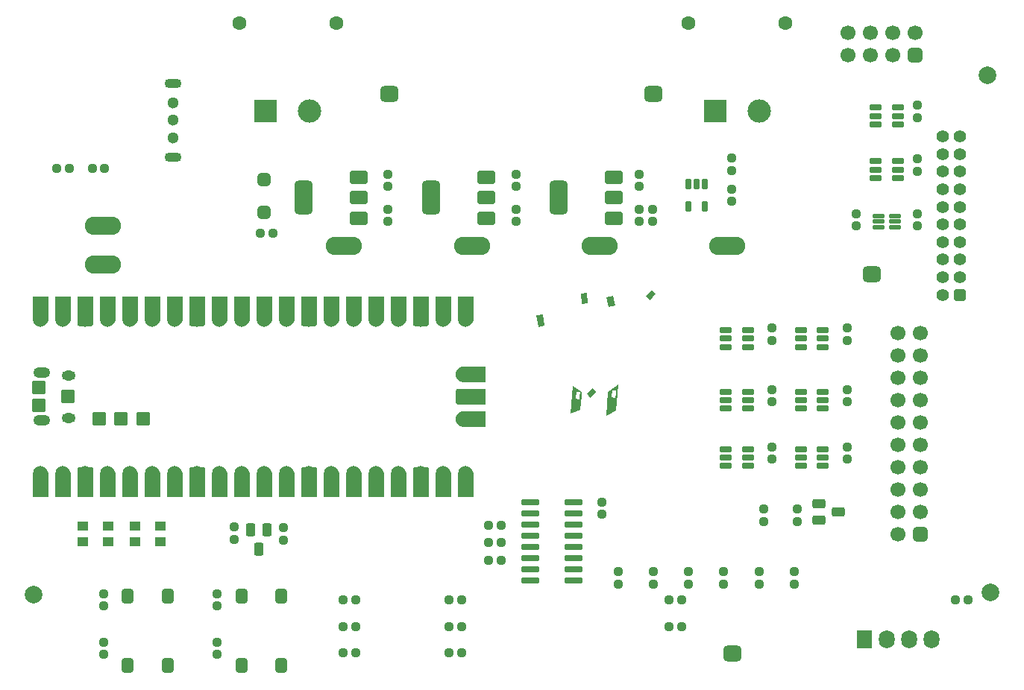
<source format=gts>
G04*
G04 #@! TF.GenerationSoftware,Altium Limited,Altium Designer,23.3.1 (30)*
G04*
G04 Layer_Color=8388736*
%FSLAX44Y44*%
%MOMM*%
G71*
G04*
G04 #@! TF.SameCoordinates,CE036B66-C370-4B77-A0BB-D4AF881507E5*
G04*
G04*
G04 #@! TF.FilePolarity,Negative*
G04*
G01*
G75*
G04:AMPARAMS|DCode=32|XSize=0.95mm|YSize=0.95mm|CornerRadius=0.2625mm|HoleSize=0mm|Usage=FLASHONLY|Rotation=90.000|XOffset=0mm|YOffset=0mm|HoleType=Round|Shape=RoundedRectangle|*
%AMROUNDEDRECTD32*
21,1,0.9500,0.4250,0,0,90.0*
21,1,0.4250,0.9500,0,0,90.0*
1,1,0.5250,0.2125,0.2125*
1,1,0.5250,0.2125,-0.2125*
1,1,0.5250,-0.2125,-0.2125*
1,1,0.5250,-0.2125,0.2125*
%
%ADD32ROUNDEDRECTD32*%
G04:AMPARAMS|DCode=33|XSize=1.5mm|YSize=1.5mm|CornerRadius=0.4mm|HoleSize=0mm|Usage=FLASHONLY|Rotation=0.000|XOffset=0mm|YOffset=0mm|HoleType=Round|Shape=RoundedRectangle|*
%AMROUNDEDRECTD33*
21,1,1.5000,0.7000,0,0,0.0*
21,1,0.7000,1.5000,0,0,0.0*
1,1,0.8000,0.3500,-0.3500*
1,1,0.8000,-0.3500,-0.3500*
1,1,0.8000,-0.3500,0.3500*
1,1,0.8000,0.3500,0.3500*
%
%ADD33ROUNDEDRECTD33*%
%ADD34R,1.3000X1.0000*%
%ADD35C,2.0000*%
G04:AMPARAMS|DCode=36|XSize=1.29mm|YSize=0.5mm|CornerRadius=0.1mm|HoleSize=0mm|Usage=FLASHONLY|Rotation=0.000|XOffset=0mm|YOffset=0mm|HoleType=Round|Shape=RoundedRectangle|*
%AMROUNDEDRECTD36*
21,1,1.2900,0.3000,0,0,0.0*
21,1,1.0900,0.5000,0,0,0.0*
1,1,0.2000,0.5450,-0.1500*
1,1,0.2000,-0.5450,-0.1500*
1,1,0.2000,-0.5450,0.1500*
1,1,0.2000,0.5450,0.1500*
%
%ADD36ROUNDEDRECTD36*%
G04:AMPARAMS|DCode=37|XSize=1.31mm|YSize=0.69mm|CornerRadius=0.1238mm|HoleSize=0mm|Usage=FLASHONLY|Rotation=0.000|XOffset=0mm|YOffset=0mm|HoleType=Round|Shape=RoundedRectangle|*
%AMROUNDEDRECTD37*
21,1,1.3100,0.4425,0,0,0.0*
21,1,1.0625,0.6900,0,0,0.0*
1,1,0.2475,0.5313,-0.2213*
1,1,0.2475,-0.5313,-0.2213*
1,1,0.2475,-0.5313,0.2213*
1,1,0.2475,0.5313,0.2213*
%
%ADD37ROUNDEDRECTD37*%
G04:AMPARAMS|DCode=38|XSize=0.95mm|YSize=0.95mm|CornerRadius=0.2625mm|HoleSize=0mm|Usage=FLASHONLY|Rotation=0.000|XOffset=0mm|YOffset=0mm|HoleType=Round|Shape=RoundedRectangle|*
%AMROUNDEDRECTD38*
21,1,0.9500,0.4250,0,0,0.0*
21,1,0.4250,0.9500,0,0,0.0*
1,1,0.5250,0.2125,-0.2125*
1,1,0.5250,-0.2125,-0.2125*
1,1,0.5250,-0.2125,0.2125*
1,1,0.5250,0.2125,0.2125*
%
%ADD38ROUNDEDRECTD38*%
G04:AMPARAMS|DCode=39|XSize=1.1mm|YSize=1.5mm|CornerRadius=0.3mm|HoleSize=0mm|Usage=FLASHONLY|Rotation=270.000|XOffset=0mm|YOffset=0mm|HoleType=Round|Shape=RoundedRectangle|*
%AMROUNDEDRECTD39*
21,1,1.1000,0.9000,0,0,270.0*
21,1,0.5000,1.5000,0,0,270.0*
1,1,0.6000,-0.4500,-0.2500*
1,1,0.6000,-0.4500,0.2500*
1,1,0.6000,0.4500,0.2500*
1,1,0.6000,0.4500,-0.2500*
%
%ADD39ROUNDEDRECTD39*%
%ADD40O,4.1000X2.1000*%
G04:AMPARAMS|DCode=41|XSize=1.1mm|YSize=1.5mm|CornerRadius=0.3mm|HoleSize=0mm|Usage=FLASHONLY|Rotation=180.000|XOffset=0mm|YOffset=0mm|HoleType=Round|Shape=RoundedRectangle|*
%AMROUNDEDRECTD41*
21,1,1.1000,0.9000,0,0,180.0*
21,1,0.5000,1.5000,0,0,180.0*
1,1,0.6000,-0.2500,0.4500*
1,1,0.6000,0.2500,0.4500*
1,1,0.6000,0.2500,-0.4500*
1,1,0.6000,-0.2500,-0.4500*
%
%ADD41ROUNDEDRECTD41*%
G04:AMPARAMS|DCode=42|XSize=1.24mm|YSize=0.69mm|CornerRadius=0.1975mm|HoleSize=0mm|Usage=FLASHONLY|Rotation=270.000|XOffset=0mm|YOffset=0mm|HoleType=Round|Shape=RoundedRectangle|*
%AMROUNDEDRECTD42*
21,1,1.2400,0.2950,0,0,270.0*
21,1,0.8450,0.6900,0,0,270.0*
1,1,0.3950,-0.1475,-0.4225*
1,1,0.3950,-0.1475,0.4225*
1,1,0.3950,0.1475,0.4225*
1,1,0.3950,0.1475,-0.4225*
%
%ADD42ROUNDEDRECTD42*%
G04:AMPARAMS|DCode=43|XSize=3.9mm|YSize=2.1mm|CornerRadius=0.55mm|HoleSize=0mm|Usage=FLASHONLY|Rotation=270.000|XOffset=0mm|YOffset=0mm|HoleType=Round|Shape=RoundedRectangle|*
%AMROUNDEDRECTD43*
21,1,3.9000,1.0000,0,0,270.0*
21,1,2.8000,2.1000,0,0,270.0*
1,1,1.1000,-0.5000,-1.4000*
1,1,1.1000,-0.5000,1.4000*
1,1,1.1000,0.5000,1.4000*
1,1,1.1000,0.5000,-1.4000*
%
%ADD43ROUNDEDRECTD43*%
G04:AMPARAMS|DCode=44|XSize=1.6mm|YSize=2.1mm|CornerRadius=0.425mm|HoleSize=0mm|Usage=FLASHONLY|Rotation=270.000|XOffset=0mm|YOffset=0mm|HoleType=Round|Shape=RoundedRectangle|*
%AMROUNDEDRECTD44*
21,1,1.6000,1.2500,0,0,270.0*
21,1,0.7500,2.1000,0,0,270.0*
1,1,0.8500,-0.6250,-0.3750*
1,1,0.8500,-0.6250,0.3750*
1,1,0.8500,0.6250,0.3750*
1,1,0.8500,0.6250,-0.3750*
%
%ADD44ROUNDEDRECTD44*%
G04:AMPARAMS|DCode=45|XSize=1.65mm|YSize=1.4mm|CornerRadius=0.375mm|HoleSize=0mm|Usage=FLASHONLY|Rotation=90.000|XOffset=0mm|YOffset=0mm|HoleType=Round|Shape=RoundedRectangle|*
%AMROUNDEDRECTD45*
21,1,1.6500,0.6500,0,0,90.0*
21,1,0.9000,1.4000,0,0,90.0*
1,1,0.7500,0.3250,0.4500*
1,1,0.7500,0.3250,-0.4500*
1,1,0.7500,-0.3250,-0.4500*
1,1,0.7500,-0.3250,0.4500*
%
%ADD45ROUNDEDRECTD45*%
G04:AMPARAMS|DCode=46|XSize=2.0812mm|YSize=0.6334mm|CornerRadius=0.1834mm|HoleSize=0mm|Usage=FLASHONLY|Rotation=0.000|XOffset=0mm|YOffset=0mm|HoleType=Round|Shape=RoundedRectangle|*
%AMROUNDEDRECTD46*
21,1,2.0812,0.2667,0,0,0.0*
21,1,1.7145,0.6334,0,0,0.0*
1,1,0.3667,0.8573,-0.1333*
1,1,0.3667,-0.8573,-0.1333*
1,1,0.3667,-0.8573,0.1333*
1,1,0.3667,0.8573,0.1333*
%
%ADD46ROUNDEDRECTD46*%
G04:AMPARAMS|DCode=47|XSize=1.6mm|YSize=1.6mm|CornerRadius=0.35mm|HoleSize=0mm|Usage=FLASHONLY|Rotation=90.000|XOffset=0mm|YOffset=0mm|HoleType=Round|Shape=RoundedRectangle|*
%AMROUNDEDRECTD47*
21,1,1.6000,0.9000,0,0,90.0*
21,1,0.9000,1.6000,0,0,90.0*
1,1,0.7000,0.4500,0.4500*
1,1,0.7000,0.4500,-0.4500*
1,1,0.7000,-0.4500,-0.4500*
1,1,0.7000,-0.4500,0.4500*
%
%ADD47ROUNDEDRECTD47*%
%ADD48O,1.9000X1.2000*%
%ADD49O,1.5500X1.1500*%
%ADD50O,1.8000X2.1000*%
%ADD51R,1.8000X2.1000*%
%ADD52C,1.7000*%
G04:AMPARAMS|DCode=53|XSize=1.7mm|YSize=1.7mm|CornerRadius=0.45mm|HoleSize=0mm|Usage=FLASHONLY|Rotation=180.000|XOffset=0mm|YOffset=0mm|HoleType=Round|Shape=RoundedRectangle|*
%AMROUNDEDRECTD53*
21,1,1.7000,0.8000,0,0,180.0*
21,1,0.8000,1.7000,0,0,180.0*
1,1,0.9000,-0.4000,0.4000*
1,1,0.9000,0.4000,0.4000*
1,1,0.9000,0.4000,-0.4000*
1,1,0.9000,-0.4000,-0.4000*
%
%ADD53ROUNDEDRECTD53*%
%ADD54C,0.1000*%
G04:AMPARAMS|DCode=55|XSize=1.8mm|YSize=2.1mm|CornerRadius=0.475mm|HoleSize=0mm|Usage=FLASHONLY|Rotation=90.000|XOffset=0mm|YOffset=0mm|HoleType=Round|Shape=RoundedRectangle|*
%AMROUNDEDRECTD55*
21,1,1.8000,1.1500,0,0,90.0*
21,1,0.8500,2.1000,0,0,90.0*
1,1,0.9500,0.5750,0.4250*
1,1,0.9500,0.5750,-0.4250*
1,1,0.9500,-0.5750,-0.4250*
1,1,0.9500,-0.5750,0.4250*
%
%ADD55ROUNDEDRECTD55*%
%ADD56C,1.4000*%
G04:AMPARAMS|DCode=57|XSize=1.4mm|YSize=1.4mm|CornerRadius=0.375mm|HoleSize=0mm|Usage=FLASHONLY|Rotation=90.000|XOffset=0mm|YOffset=0mm|HoleType=Round|Shape=RoundedRectangle|*
%AMROUNDEDRECTD57*
21,1,1.4000,0.6500,0,0,90.0*
21,1,0.6500,1.4000,0,0,90.0*
1,1,0.7500,0.3250,0.3250*
1,1,0.7500,0.3250,-0.3250*
1,1,0.7500,-0.3250,-0.3250*
1,1,0.7500,-0.3250,0.3250*
%
%ADD57ROUNDEDRECTD57*%
G04:AMPARAMS|DCode=58|XSize=1.7mm|YSize=1.7mm|CornerRadius=0.45mm|HoleSize=0mm|Usage=FLASHONLY|Rotation=90.000|XOffset=0mm|YOffset=0mm|HoleType=Round|Shape=RoundedRectangle|*
%AMROUNDEDRECTD58*
21,1,1.7000,0.8000,0,0,90.0*
21,1,0.8000,1.7000,0,0,90.0*
1,1,0.9000,0.4000,0.4000*
1,1,0.9000,0.4000,-0.4000*
1,1,0.9000,-0.4000,-0.4000*
1,1,0.9000,-0.4000,0.4000*
%
%ADD58ROUNDEDRECTD58*%
%ADD59C,1.6080*%
%ADD60C,2.6500*%
%ADD61R,2.6500X2.6500*%
%ADD62O,1.9000X1.1000*%
%ADD63C,1.3000*%
%ADD64O,1.6240X2.0050*%
G36*
X722840Y433218D02*
X716266Y425522D01*
X711801Y429336D01*
X718375Y437032D01*
X722840Y433218D01*
D02*
G37*
G36*
X645137Y421850D02*
X638693Y421394D01*
X637860Y433162D01*
X644304Y433619D01*
X645137Y421850D01*
D02*
G37*
G36*
X676570Y419910D02*
X669037Y418194D01*
X666607Y428858D01*
X674139Y430574D01*
X676570Y419910D01*
D02*
G37*
G36*
X516000Y405000D02*
X515988Y404529D01*
X515951Y404059D01*
X515889Y403592D01*
X515803Y403129D01*
X515693Y402671D01*
X515560Y402219D01*
X515402Y401775D01*
X515222Y401339D01*
X515019Y400914D01*
X514794Y400500D01*
X514548Y400098D01*
X514281Y399710D01*
X513994Y399336D01*
X513688Y398978D01*
X513364Y398636D01*
X513022Y398312D01*
X512664Y398006D01*
X512290Y397719D01*
X511902Y397452D01*
X511500Y397206D01*
X511086Y396981D01*
X510661Y396778D01*
X510225Y396598D01*
X509781Y396441D01*
X509329Y396307D01*
X508871Y396197D01*
X508408Y396111D01*
X507941Y396049D01*
X507471Y396012D01*
X507000Y396000D01*
X506529Y396012D01*
X506059Y396049D01*
X505592Y396111D01*
X505129Y396197D01*
X504671Y396307D01*
X504219Y396441D01*
X503775Y396598D01*
X503339Y396778D01*
X502914Y396981D01*
X502500Y397206D01*
X502098Y397452D01*
X501710Y397719D01*
X501336Y398006D01*
X500978Y398312D01*
X500636Y398636D01*
X500312Y398978D01*
X500006Y399336D01*
X499719Y399710D01*
X499452Y400098D01*
X499206Y400500D01*
X498981Y400914D01*
X498778Y401339D01*
X498598Y401775D01*
X498441Y402219D01*
X498307Y402671D01*
X498197Y403129D01*
X498111Y403592D01*
X498049Y404059D01*
X498012Y404529D01*
X498000Y405000D01*
Y430000D01*
X516000D01*
Y405000D01*
D02*
G37*
G36*
X490600D02*
X490588Y404529D01*
X490551Y404059D01*
X490489Y403592D01*
X490403Y403129D01*
X490293Y402671D01*
X490159Y402219D01*
X490002Y401775D01*
X489822Y401339D01*
X489619Y400914D01*
X489394Y400500D01*
X489148Y400098D01*
X488881Y399710D01*
X488594Y399336D01*
X488288Y398978D01*
X487964Y398636D01*
X487622Y398312D01*
X487264Y398006D01*
X486890Y397719D01*
X486502Y397452D01*
X486100Y397206D01*
X485686Y396981D01*
X485261Y396778D01*
X484825Y396598D01*
X484381Y396441D01*
X483929Y396307D01*
X483471Y396197D01*
X483008Y396111D01*
X482541Y396049D01*
X482071Y396012D01*
X481600Y396000D01*
X481129Y396012D01*
X480659Y396049D01*
X480192Y396111D01*
X479729Y396197D01*
X479271Y396307D01*
X478819Y396441D01*
X478375Y396598D01*
X477939Y396778D01*
X477514Y396981D01*
X477100Y397206D01*
X476698Y397452D01*
X476310Y397719D01*
X475936Y398006D01*
X475578Y398312D01*
X475236Y398636D01*
X474912Y398978D01*
X474606Y399336D01*
X474319Y399710D01*
X474052Y400098D01*
X473806Y400500D01*
X473581Y400914D01*
X473378Y401339D01*
X473198Y401775D01*
X473041Y402219D01*
X472907Y402671D01*
X472797Y403129D01*
X472711Y403592D01*
X472649Y404059D01*
X472612Y404529D01*
X472600Y405000D01*
Y430000D01*
X490600D01*
Y405000D01*
D02*
G37*
G36*
X465200Y399000D02*
X465196Y398843D01*
X465184Y398686D01*
X465163Y398531D01*
X465135Y398376D01*
X465098Y398223D01*
X465053Y398073D01*
X465001Y397925D01*
X464941Y397780D01*
X464873Y397638D01*
X464798Y397500D01*
X464716Y397366D01*
X464627Y397237D01*
X464531Y397112D01*
X464429Y396993D01*
X464321Y396879D01*
X464207Y396771D01*
X464088Y396669D01*
X463963Y396573D01*
X463834Y396484D01*
X463700Y396402D01*
X463562Y396327D01*
X463420Y396259D01*
X463275Y396199D01*
X463127Y396147D01*
X462976Y396102D01*
X462824Y396065D01*
X462669Y396037D01*
X462514Y396016D01*
X462357Y396004D01*
X462200Y396000D01*
X450200D01*
X450043Y396004D01*
X449886Y396016D01*
X449731Y396037D01*
X449576Y396065D01*
X449423Y396102D01*
X449273Y396147D01*
X449125Y396199D01*
X448980Y396259D01*
X448838Y396327D01*
X448700Y396402D01*
X448566Y396484D01*
X448437Y396573D01*
X448312Y396669D01*
X448193Y396771D01*
X448079Y396879D01*
X447971Y396993D01*
X447869Y397112D01*
X447773Y397237D01*
X447684Y397366D01*
X447602Y397500D01*
X447527Y397638D01*
X447459Y397780D01*
X447399Y397925D01*
X447347Y398073D01*
X447302Y398223D01*
X447266Y398376D01*
X447237Y398531D01*
X447216Y398686D01*
X447204Y398843D01*
X447200Y399000D01*
Y430000D01*
X465200D01*
Y399000D01*
D02*
G37*
G36*
X439800Y405000D02*
X439788Y404529D01*
X439751Y404059D01*
X439689Y403592D01*
X439603Y403129D01*
X439493Y402671D01*
X439360Y402219D01*
X439202Y401775D01*
X439022Y401339D01*
X438819Y400914D01*
X438594Y400500D01*
X438348Y400098D01*
X438081Y399710D01*
X437794Y399336D01*
X437488Y398978D01*
X437164Y398636D01*
X436822Y398312D01*
X436464Y398006D01*
X436090Y397719D01*
X435702Y397452D01*
X435300Y397206D01*
X434886Y396981D01*
X434461Y396778D01*
X434025Y396598D01*
X433581Y396441D01*
X433129Y396307D01*
X432671Y396197D01*
X432208Y396111D01*
X431741Y396049D01*
X431271Y396012D01*
X430800Y396000D01*
X430329Y396012D01*
X429859Y396049D01*
X429392Y396111D01*
X428929Y396197D01*
X428471Y396307D01*
X428019Y396441D01*
X427575Y396598D01*
X427139Y396778D01*
X426714Y396981D01*
X426300Y397206D01*
X425898Y397452D01*
X425510Y397719D01*
X425136Y398006D01*
X424778Y398312D01*
X424436Y398636D01*
X424112Y398978D01*
X423806Y399336D01*
X423519Y399710D01*
X423252Y400098D01*
X423006Y400500D01*
X422781Y400914D01*
X422578Y401339D01*
X422398Y401775D01*
X422240Y402219D01*
X422107Y402671D01*
X421997Y403129D01*
X421911Y403592D01*
X421849Y404059D01*
X421812Y404529D01*
X421800Y405000D01*
Y430000D01*
X439800D01*
Y405000D01*
D02*
G37*
G36*
X414400D02*
X414388Y404529D01*
X414351Y404059D01*
X414289Y403592D01*
X414203Y403129D01*
X414093Y402671D01*
X413960Y402219D01*
X413802Y401775D01*
X413622Y401339D01*
X413419Y400914D01*
X413194Y400500D01*
X412948Y400098D01*
X412681Y399710D01*
X412394Y399336D01*
X412088Y398978D01*
X411764Y398636D01*
X411422Y398312D01*
X411064Y398006D01*
X410690Y397719D01*
X410302Y397452D01*
X409900Y397206D01*
X409486Y396981D01*
X409061Y396778D01*
X408625Y396598D01*
X408181Y396441D01*
X407729Y396307D01*
X407271Y396197D01*
X406808Y396111D01*
X406341Y396049D01*
X405871Y396012D01*
X405400Y396000D01*
X404929Y396012D01*
X404459Y396049D01*
X403992Y396111D01*
X403529Y396197D01*
X403071Y396307D01*
X402619Y396441D01*
X402175Y396598D01*
X401739Y396778D01*
X401314Y396981D01*
X400900Y397206D01*
X400498Y397452D01*
X400110Y397719D01*
X399736Y398006D01*
X399378Y398312D01*
X399036Y398636D01*
X398712Y398978D01*
X398406Y399336D01*
X398119Y399710D01*
X397852Y400098D01*
X397606Y400500D01*
X397381Y400914D01*
X397178Y401339D01*
X396998Y401775D01*
X396841Y402219D01*
X396707Y402671D01*
X396597Y403129D01*
X396511Y403592D01*
X396449Y404059D01*
X396412Y404529D01*
X396400Y405000D01*
Y430000D01*
X414400D01*
Y405000D01*
D02*
G37*
G36*
X389000D02*
X388988Y404529D01*
X388951Y404059D01*
X388889Y403592D01*
X388803Y403129D01*
X388693Y402671D01*
X388559Y402219D01*
X388402Y401775D01*
X388222Y401339D01*
X388019Y400914D01*
X387794Y400500D01*
X387548Y400098D01*
X387281Y399710D01*
X386994Y399336D01*
X386688Y398978D01*
X386364Y398636D01*
X386022Y398312D01*
X385664Y398006D01*
X385290Y397719D01*
X384902Y397452D01*
X384500Y397206D01*
X384086Y396981D01*
X383661Y396778D01*
X383225Y396598D01*
X382781Y396441D01*
X382329Y396307D01*
X381871Y396197D01*
X381408Y396111D01*
X380941Y396049D01*
X380471Y396012D01*
X380000Y396000D01*
X379529Y396012D01*
X379059Y396049D01*
X378592Y396111D01*
X378129Y396197D01*
X377671Y396307D01*
X377219Y396441D01*
X376775Y396598D01*
X376339Y396778D01*
X375914Y396981D01*
X375500Y397206D01*
X375098Y397452D01*
X374710Y397719D01*
X374336Y398006D01*
X373978Y398312D01*
X373636Y398636D01*
X373312Y398978D01*
X373006Y399336D01*
X372719Y399710D01*
X372452Y400098D01*
X372206Y400500D01*
X371981Y400914D01*
X371778Y401339D01*
X371598Y401775D01*
X371441Y402219D01*
X371307Y402671D01*
X371197Y403129D01*
X371111Y403592D01*
X371049Y404059D01*
X371012Y404529D01*
X371000Y405000D01*
Y430000D01*
X389000D01*
Y405000D01*
D02*
G37*
G36*
X363600D02*
X363588Y404529D01*
X363551Y404059D01*
X363489Y403592D01*
X363403Y403129D01*
X363293Y402671D01*
X363159Y402219D01*
X363002Y401775D01*
X362822Y401339D01*
X362619Y400914D01*
X362394Y400500D01*
X362148Y400098D01*
X361881Y399710D01*
X361594Y399336D01*
X361288Y398978D01*
X360964Y398636D01*
X360622Y398312D01*
X360264Y398006D01*
X359890Y397719D01*
X359502Y397452D01*
X359100Y397206D01*
X358686Y396981D01*
X358261Y396778D01*
X357825Y396598D01*
X357381Y396441D01*
X356929Y396307D01*
X356471Y396197D01*
X356008Y396111D01*
X355541Y396049D01*
X355071Y396012D01*
X354600Y396000D01*
X354129Y396012D01*
X353659Y396049D01*
X353192Y396111D01*
X352729Y396197D01*
X352271Y396307D01*
X351819Y396441D01*
X351375Y396598D01*
X350939Y396778D01*
X350514Y396981D01*
X350100Y397206D01*
X349698Y397452D01*
X349310Y397719D01*
X348936Y398006D01*
X348578Y398312D01*
X348236Y398636D01*
X347912Y398978D01*
X347606Y399336D01*
X347319Y399710D01*
X347052Y400098D01*
X346806Y400500D01*
X346581Y400914D01*
X346378Y401339D01*
X346198Y401775D01*
X346040Y402219D01*
X345907Y402671D01*
X345797Y403129D01*
X345711Y403592D01*
X345649Y404059D01*
X345612Y404529D01*
X345600Y405000D01*
Y430000D01*
X363600D01*
Y405000D01*
D02*
G37*
G36*
X338200Y399000D02*
X338196Y398843D01*
X338184Y398686D01*
X338163Y398531D01*
X338134Y398376D01*
X338098Y398223D01*
X338053Y398073D01*
X338001Y397925D01*
X337941Y397780D01*
X337873Y397638D01*
X337798Y397500D01*
X337716Y397366D01*
X337627Y397237D01*
X337531Y397112D01*
X337429Y396993D01*
X337321Y396879D01*
X337207Y396771D01*
X337088Y396669D01*
X336963Y396573D01*
X336834Y396484D01*
X336700Y396402D01*
X336562Y396327D01*
X336420Y396259D01*
X336275Y396199D01*
X336127Y396147D01*
X335976Y396102D01*
X335824Y396065D01*
X335669Y396037D01*
X335514Y396016D01*
X335357Y396004D01*
X335200Y396000D01*
X323200D01*
X323043Y396004D01*
X322886Y396016D01*
X322731Y396037D01*
X322576Y396065D01*
X322424Y396102D01*
X322273Y396147D01*
X322125Y396199D01*
X321980Y396259D01*
X321838Y396327D01*
X321700Y396402D01*
X321566Y396484D01*
X321437Y396573D01*
X321312Y396669D01*
X321193Y396771D01*
X321079Y396879D01*
X320971Y396993D01*
X320869Y397112D01*
X320773Y397237D01*
X320684Y397366D01*
X320602Y397500D01*
X320527Y397638D01*
X320459Y397780D01*
X320399Y397925D01*
X320347Y398073D01*
X320302Y398223D01*
X320266Y398376D01*
X320237Y398531D01*
X320216Y398686D01*
X320204Y398843D01*
X320200Y399000D01*
Y430000D01*
X338200D01*
Y399000D01*
D02*
G37*
G36*
X312800Y405000D02*
X312788Y404529D01*
X312751Y404059D01*
X312689Y403592D01*
X312603Y403129D01*
X312493Y402671D01*
X312360Y402219D01*
X312202Y401775D01*
X312022Y401339D01*
X311819Y400914D01*
X311594Y400500D01*
X311348Y400098D01*
X311081Y399710D01*
X310794Y399336D01*
X310488Y398978D01*
X310164Y398636D01*
X309822Y398312D01*
X309464Y398006D01*
X309090Y397719D01*
X308702Y397452D01*
X308300Y397206D01*
X307886Y396981D01*
X307461Y396778D01*
X307025Y396598D01*
X306581Y396441D01*
X306129Y396307D01*
X305671Y396197D01*
X305208Y396111D01*
X304741Y396049D01*
X304271Y396012D01*
X303800Y396000D01*
X303329Y396012D01*
X302859Y396049D01*
X302392Y396111D01*
X301929Y396197D01*
X301471Y396307D01*
X301019Y396441D01*
X300575Y396598D01*
X300139Y396778D01*
X299714Y396981D01*
X299300Y397206D01*
X298898Y397452D01*
X298510Y397719D01*
X298136Y398006D01*
X297778Y398312D01*
X297436Y398636D01*
X297112Y398978D01*
X296806Y399336D01*
X296519Y399710D01*
X296252Y400098D01*
X296006Y400500D01*
X295781Y400914D01*
X295578Y401339D01*
X295398Y401775D01*
X295240Y402219D01*
X295107Y402671D01*
X294997Y403129D01*
X294911Y403592D01*
X294849Y404059D01*
X294812Y404529D01*
X294800Y405000D01*
Y430000D01*
X312800D01*
Y405000D01*
D02*
G37*
G36*
X287400D02*
X287388Y404529D01*
X287351Y404059D01*
X287289Y403592D01*
X287203Y403129D01*
X287093Y402671D01*
X286959Y402219D01*
X286802Y401775D01*
X286622Y401339D01*
X286419Y400914D01*
X286194Y400500D01*
X285948Y400098D01*
X285681Y399710D01*
X285394Y399336D01*
X285088Y398978D01*
X284764Y398636D01*
X284422Y398312D01*
X284064Y398006D01*
X283690Y397719D01*
X283302Y397452D01*
X282900Y397206D01*
X282486Y396981D01*
X282061Y396778D01*
X281625Y396598D01*
X281181Y396441D01*
X280729Y396307D01*
X280271Y396197D01*
X279808Y396111D01*
X279341Y396049D01*
X278871Y396012D01*
X278400Y396000D01*
X277929Y396012D01*
X277459Y396049D01*
X276992Y396111D01*
X276529Y396197D01*
X276071Y396307D01*
X275619Y396441D01*
X275175Y396598D01*
X274739Y396778D01*
X274314Y396981D01*
X273900Y397206D01*
X273498Y397452D01*
X273110Y397719D01*
X272736Y398006D01*
X272378Y398312D01*
X272036Y398636D01*
X271712Y398978D01*
X271406Y399336D01*
X271119Y399710D01*
X270852Y400098D01*
X270606Y400500D01*
X270381Y400914D01*
X270178Y401339D01*
X269998Y401775D01*
X269841Y402219D01*
X269707Y402671D01*
X269597Y403129D01*
X269511Y403592D01*
X269449Y404059D01*
X269412Y404529D01*
X269400Y405000D01*
Y430000D01*
X287400D01*
Y405000D01*
D02*
G37*
G36*
X262000D02*
X261988Y404529D01*
X261951Y404059D01*
X261889Y403592D01*
X261803Y403129D01*
X261693Y402671D01*
X261560Y402219D01*
X261402Y401775D01*
X261222Y401339D01*
X261019Y400914D01*
X260794Y400500D01*
X260548Y400098D01*
X260281Y399710D01*
X259994Y399336D01*
X259688Y398978D01*
X259364Y398636D01*
X259022Y398312D01*
X258664Y398006D01*
X258290Y397719D01*
X257902Y397452D01*
X257500Y397206D01*
X257086Y396981D01*
X256661Y396778D01*
X256225Y396598D01*
X255781Y396441D01*
X255329Y396307D01*
X254871Y396197D01*
X254408Y396111D01*
X253941Y396049D01*
X253471Y396012D01*
X253000Y396000D01*
X252529Y396012D01*
X252059Y396049D01*
X251592Y396111D01*
X251129Y396197D01*
X250671Y396307D01*
X250219Y396441D01*
X249775Y396598D01*
X249339Y396778D01*
X248914Y396981D01*
X248500Y397206D01*
X248098Y397452D01*
X247710Y397719D01*
X247336Y398006D01*
X246978Y398312D01*
X246636Y398636D01*
X246312Y398978D01*
X246006Y399336D01*
X245719Y399710D01*
X245452Y400098D01*
X245206Y400500D01*
X244981Y400914D01*
X244778Y401339D01*
X244598Y401775D01*
X244440Y402219D01*
X244307Y402671D01*
X244197Y403129D01*
X244111Y403592D01*
X244049Y404059D01*
X244012Y404529D01*
X244000Y405000D01*
Y430000D01*
X262000D01*
Y405000D01*
D02*
G37*
G36*
X236600D02*
X236588Y404529D01*
X236551Y404059D01*
X236489Y403592D01*
X236403Y403129D01*
X236293Y402671D01*
X236159Y402219D01*
X236002Y401775D01*
X235822Y401339D01*
X235619Y400914D01*
X235394Y400500D01*
X235148Y400098D01*
X234881Y399710D01*
X234594Y399336D01*
X234288Y398978D01*
X233964Y398636D01*
X233622Y398312D01*
X233264Y398006D01*
X232890Y397719D01*
X232502Y397452D01*
X232100Y397206D01*
X231686Y396981D01*
X231261Y396778D01*
X230825Y396598D01*
X230381Y396441D01*
X229929Y396307D01*
X229471Y396197D01*
X229008Y396111D01*
X228541Y396049D01*
X228071Y396012D01*
X227600Y396000D01*
X227129Y396012D01*
X226659Y396049D01*
X226192Y396111D01*
X225729Y396197D01*
X225271Y396307D01*
X224819Y396441D01*
X224375Y396598D01*
X223939Y396778D01*
X223514Y396981D01*
X223100Y397206D01*
X222698Y397452D01*
X222310Y397719D01*
X221936Y398006D01*
X221578Y398312D01*
X221236Y398636D01*
X220912Y398978D01*
X220606Y399336D01*
X220319Y399710D01*
X220052Y400098D01*
X219806Y400500D01*
X219581Y400914D01*
X219378Y401339D01*
X219198Y401775D01*
X219041Y402219D01*
X218907Y402671D01*
X218797Y403129D01*
X218711Y403592D01*
X218649Y404059D01*
X218612Y404529D01*
X218600Y405000D01*
Y430000D01*
X236600D01*
Y405000D01*
D02*
G37*
G36*
X211200Y399000D02*
X211196Y398843D01*
X211184Y398686D01*
X211163Y398531D01*
X211134Y398376D01*
X211098Y398223D01*
X211053Y398073D01*
X211001Y397925D01*
X210941Y397780D01*
X210873Y397638D01*
X210798Y397500D01*
X210716Y397366D01*
X210627Y397237D01*
X210531Y397112D01*
X210429Y396993D01*
X210321Y396879D01*
X210207Y396771D01*
X210088Y396669D01*
X209963Y396573D01*
X209834Y396484D01*
X209700Y396402D01*
X209562Y396327D01*
X209420Y396259D01*
X209275Y396199D01*
X209127Y396147D01*
X208976Y396102D01*
X208824Y396065D01*
X208669Y396037D01*
X208514Y396016D01*
X208357Y396004D01*
X208200Y396000D01*
X196200D01*
X196043Y396004D01*
X195886Y396016D01*
X195731Y396037D01*
X195576Y396065D01*
X195424Y396102D01*
X195273Y396147D01*
X195125Y396199D01*
X194980Y396259D01*
X194838Y396327D01*
X194700Y396402D01*
X194566Y396484D01*
X194437Y396573D01*
X194312Y396669D01*
X194193Y396771D01*
X194079Y396879D01*
X193971Y396993D01*
X193869Y397112D01*
X193773Y397237D01*
X193684Y397366D01*
X193602Y397500D01*
X193527Y397638D01*
X193459Y397780D01*
X193399Y397925D01*
X193347Y398073D01*
X193302Y398223D01*
X193266Y398376D01*
X193237Y398531D01*
X193216Y398686D01*
X193204Y398843D01*
X193200Y399000D01*
Y430000D01*
X211200D01*
Y399000D01*
D02*
G37*
G36*
X185800Y405000D02*
X185788Y404529D01*
X185751Y404059D01*
X185689Y403592D01*
X185603Y403129D01*
X185493Y402671D01*
X185359Y402219D01*
X185202Y401775D01*
X185022Y401339D01*
X184819Y400914D01*
X184594Y400500D01*
X184348Y400098D01*
X184081Y399710D01*
X183794Y399336D01*
X183488Y398978D01*
X183164Y398636D01*
X182822Y398312D01*
X182464Y398006D01*
X182090Y397719D01*
X181702Y397452D01*
X181300Y397206D01*
X180886Y396981D01*
X180461Y396778D01*
X180025Y396598D01*
X179581Y396441D01*
X179129Y396307D01*
X178671Y396197D01*
X178208Y396111D01*
X177741Y396049D01*
X177271Y396012D01*
X176800Y396000D01*
X176329Y396012D01*
X175859Y396049D01*
X175392Y396111D01*
X174929Y396197D01*
X174471Y396307D01*
X174019Y396441D01*
X173575Y396598D01*
X173139Y396778D01*
X172714Y396981D01*
X172300Y397206D01*
X171898Y397452D01*
X171510Y397719D01*
X171136Y398006D01*
X170778Y398312D01*
X170436Y398636D01*
X170112Y398978D01*
X169806Y399336D01*
X169519Y399710D01*
X169252Y400098D01*
X169006Y400500D01*
X168781Y400914D01*
X168578Y401339D01*
X168398Y401775D01*
X168241Y402219D01*
X168107Y402671D01*
X167997Y403129D01*
X167911Y403592D01*
X167849Y404059D01*
X167812Y404529D01*
X167800Y405000D01*
Y430000D01*
X185800D01*
Y405000D01*
D02*
G37*
G36*
X160400D02*
X160388Y404529D01*
X160351Y404059D01*
X160289Y403592D01*
X160203Y403129D01*
X160093Y402671D01*
X159959Y402219D01*
X159802Y401775D01*
X159622Y401339D01*
X159419Y400914D01*
X159194Y400500D01*
X158948Y400098D01*
X158681Y399710D01*
X158394Y399336D01*
X158088Y398978D01*
X157764Y398636D01*
X157422Y398312D01*
X157064Y398006D01*
X156690Y397719D01*
X156302Y397452D01*
X155900Y397206D01*
X155486Y396981D01*
X155061Y396778D01*
X154625Y396598D01*
X154181Y396441D01*
X153729Y396307D01*
X153271Y396197D01*
X152808Y396111D01*
X152341Y396049D01*
X151871Y396012D01*
X151400Y396000D01*
X150929Y396012D01*
X150459Y396049D01*
X149992Y396111D01*
X149529Y396197D01*
X149071Y396307D01*
X148619Y396441D01*
X148175Y396598D01*
X147739Y396778D01*
X147314Y396981D01*
X146900Y397206D01*
X146498Y397452D01*
X146110Y397719D01*
X145736Y398006D01*
X145378Y398312D01*
X145036Y398636D01*
X144712Y398978D01*
X144406Y399336D01*
X144119Y399710D01*
X143852Y400098D01*
X143606Y400500D01*
X143381Y400914D01*
X143178Y401339D01*
X142998Y401775D01*
X142840Y402219D01*
X142707Y402671D01*
X142597Y403129D01*
X142511Y403592D01*
X142449Y404059D01*
X142412Y404529D01*
X142400Y405000D01*
Y430000D01*
X160400D01*
Y405000D01*
D02*
G37*
G36*
X135000D02*
X134988Y404529D01*
X134951Y404059D01*
X134889Y403592D01*
X134803Y403129D01*
X134693Y402671D01*
X134559Y402219D01*
X134402Y401775D01*
X134222Y401339D01*
X134019Y400914D01*
X133794Y400500D01*
X133548Y400098D01*
X133281Y399710D01*
X132994Y399336D01*
X132688Y398978D01*
X132364Y398636D01*
X132022Y398312D01*
X131664Y398006D01*
X131290Y397719D01*
X130902Y397452D01*
X130500Y397206D01*
X130086Y396981D01*
X129661Y396778D01*
X129225Y396598D01*
X128781Y396441D01*
X128329Y396307D01*
X127871Y396197D01*
X127408Y396111D01*
X126941Y396049D01*
X126471Y396012D01*
X126000Y396000D01*
X125529Y396012D01*
X125059Y396049D01*
X124592Y396111D01*
X124129Y396197D01*
X123671Y396307D01*
X123219Y396441D01*
X122775Y396598D01*
X122339Y396778D01*
X121914Y396981D01*
X121500Y397206D01*
X121098Y397452D01*
X120710Y397719D01*
X120336Y398006D01*
X119978Y398312D01*
X119636Y398636D01*
X119312Y398978D01*
X119006Y399336D01*
X118719Y399710D01*
X118452Y400098D01*
X118206Y400500D01*
X117981Y400914D01*
X117778Y401339D01*
X117598Y401775D01*
X117441Y402219D01*
X117307Y402671D01*
X117197Y403129D01*
X117111Y403592D01*
X117049Y404059D01*
X117012Y404529D01*
X117000Y405000D01*
Y430000D01*
X135000D01*
Y405000D01*
D02*
G37*
G36*
X109600D02*
X109588Y404529D01*
X109551Y404059D01*
X109489Y403592D01*
X109403Y403129D01*
X109293Y402671D01*
X109159Y402219D01*
X109002Y401775D01*
X108822Y401339D01*
X108619Y400914D01*
X108394Y400500D01*
X108148Y400098D01*
X107881Y399710D01*
X107594Y399336D01*
X107288Y398978D01*
X106964Y398636D01*
X106622Y398312D01*
X106264Y398006D01*
X105890Y397719D01*
X105502Y397452D01*
X105100Y397206D01*
X104686Y396981D01*
X104261Y396778D01*
X103825Y396598D01*
X103381Y396441D01*
X102929Y396307D01*
X102471Y396197D01*
X102008Y396111D01*
X101541Y396049D01*
X101071Y396012D01*
X100600Y396000D01*
X100129Y396012D01*
X99659Y396049D01*
X99192Y396111D01*
X98729Y396197D01*
X98271Y396307D01*
X97819Y396441D01*
X97375Y396598D01*
X96939Y396778D01*
X96514Y396981D01*
X96100Y397206D01*
X95698Y397452D01*
X95310Y397719D01*
X94936Y398006D01*
X94578Y398312D01*
X94236Y398636D01*
X93912Y398978D01*
X93606Y399336D01*
X93319Y399710D01*
X93052Y400098D01*
X92806Y400500D01*
X92581Y400914D01*
X92378Y401339D01*
X92198Y401775D01*
X92041Y402219D01*
X91907Y402671D01*
X91797Y403129D01*
X91711Y403592D01*
X91649Y404059D01*
X91612Y404529D01*
X91600Y405000D01*
Y430000D01*
X109600D01*
Y405000D01*
D02*
G37*
G36*
X84200Y399000D02*
X84196Y398843D01*
X84184Y398686D01*
X84163Y398531D01*
X84135Y398376D01*
X84098Y398223D01*
X84053Y398073D01*
X84001Y397925D01*
X83941Y397780D01*
X83873Y397638D01*
X83798Y397500D01*
X83716Y397366D01*
X83627Y397237D01*
X83531Y397112D01*
X83429Y396993D01*
X83321Y396879D01*
X83207Y396771D01*
X83088Y396669D01*
X82963Y396573D01*
X82834Y396484D01*
X82700Y396402D01*
X82562Y396327D01*
X82420Y396259D01*
X82275Y396199D01*
X82127Y396147D01*
X81976Y396102D01*
X81824Y396065D01*
X81669Y396037D01*
X81514Y396016D01*
X81357Y396004D01*
X81200Y396000D01*
X69200D01*
X69043Y396004D01*
X68886Y396016D01*
X68731Y396037D01*
X68576Y396065D01*
X68424Y396102D01*
X68273Y396147D01*
X68125Y396199D01*
X67980Y396259D01*
X67838Y396327D01*
X67700Y396402D01*
X67566Y396484D01*
X67437Y396573D01*
X67312Y396669D01*
X67193Y396771D01*
X67079Y396879D01*
X66971Y396993D01*
X66869Y397112D01*
X66773Y397237D01*
X66684Y397366D01*
X66602Y397500D01*
X66527Y397638D01*
X66459Y397780D01*
X66399Y397925D01*
X66347Y398073D01*
X66302Y398223D01*
X66266Y398376D01*
X66237Y398531D01*
X66216Y398686D01*
X66204Y398843D01*
X66200Y399000D01*
Y430000D01*
X84200D01*
Y399000D01*
D02*
G37*
G36*
X58800Y405000D02*
X58788Y404529D01*
X58751Y404059D01*
X58689Y403592D01*
X58603Y403129D01*
X58493Y402671D01*
X58359Y402219D01*
X58202Y401775D01*
X58022Y401339D01*
X57819Y400914D01*
X57594Y400500D01*
X57348Y400098D01*
X57081Y399710D01*
X56794Y399336D01*
X56488Y398978D01*
X56164Y398636D01*
X55822Y398312D01*
X55464Y398006D01*
X55090Y397719D01*
X54702Y397452D01*
X54300Y397206D01*
X53886Y396981D01*
X53461Y396778D01*
X53025Y396598D01*
X52581Y396441D01*
X52129Y396307D01*
X51671Y396197D01*
X51208Y396111D01*
X50741Y396049D01*
X50271Y396012D01*
X49800Y396000D01*
X49329Y396012D01*
X48859Y396049D01*
X48392Y396111D01*
X47929Y396197D01*
X47471Y396307D01*
X47019Y396441D01*
X46575Y396598D01*
X46139Y396778D01*
X45714Y396981D01*
X45300Y397206D01*
X44898Y397452D01*
X44510Y397719D01*
X44136Y398006D01*
X43778Y398312D01*
X43436Y398636D01*
X43112Y398978D01*
X42806Y399336D01*
X42519Y399710D01*
X42252Y400098D01*
X42006Y400500D01*
X41781Y400914D01*
X41578Y401339D01*
X41398Y401775D01*
X41241Y402219D01*
X41107Y402671D01*
X40997Y403129D01*
X40911Y403592D01*
X40849Y404059D01*
X40812Y404529D01*
X40800Y405000D01*
Y430000D01*
X58800D01*
Y405000D01*
D02*
G37*
G36*
X33400D02*
X33388Y404529D01*
X33351Y404059D01*
X33289Y403592D01*
X33203Y403129D01*
X33093Y402671D01*
X32959Y402219D01*
X32802Y401775D01*
X32622Y401339D01*
X32419Y400914D01*
X32194Y400500D01*
X31948Y400098D01*
X31681Y399710D01*
X31394Y399336D01*
X31088Y398978D01*
X30764Y398636D01*
X30422Y398312D01*
X30064Y398006D01*
X29690Y397719D01*
X29302Y397452D01*
X28900Y397206D01*
X28486Y396981D01*
X28061Y396778D01*
X27625Y396598D01*
X27181Y396441D01*
X26729Y396307D01*
X26271Y396197D01*
X25808Y396111D01*
X25341Y396049D01*
X24871Y396012D01*
X24400Y396000D01*
X23929Y396012D01*
X23459Y396049D01*
X22992Y396111D01*
X22529Y396197D01*
X22071Y396307D01*
X21619Y396441D01*
X21175Y396598D01*
X20739Y396778D01*
X20314Y396981D01*
X19900Y397206D01*
X19498Y397452D01*
X19110Y397719D01*
X18736Y398006D01*
X18378Y398312D01*
X18036Y398636D01*
X17712Y398978D01*
X17406Y399336D01*
X17119Y399710D01*
X16852Y400098D01*
X16606Y400500D01*
X16381Y400914D01*
X16178Y401339D01*
X15998Y401775D01*
X15841Y402219D01*
X15707Y402671D01*
X15597Y403129D01*
X15511Y403592D01*
X15449Y404059D01*
X15412Y404529D01*
X15400Y405000D01*
Y430000D01*
X33400D01*
Y405000D01*
D02*
G37*
G36*
X596624Y396460D02*
X589206Y395416D01*
X587397Y408270D01*
X594815Y409314D01*
X596624Y396460D01*
D02*
G37*
G36*
X529700Y332500D02*
X504700D01*
X504229Y332512D01*
X503759Y332549D01*
X503292Y332611D01*
X502829Y332697D01*
X502371Y332807D01*
X501919Y332940D01*
X501475Y333098D01*
X501039Y333278D01*
X500614Y333481D01*
X500200Y333706D01*
X499798Y333952D01*
X499410Y334219D01*
X499036Y334506D01*
X498678Y334812D01*
X498336Y335136D01*
X498012Y335478D01*
X497706Y335836D01*
X497419Y336210D01*
X497152Y336598D01*
X496906Y337000D01*
X496681Y337414D01*
X496478Y337839D01*
X496298Y338275D01*
X496141Y338719D01*
X496007Y339171D01*
X495897Y339629D01*
X495811Y340092D01*
X495749Y340559D01*
X495712Y341029D01*
X495700Y341500D01*
X495712Y341971D01*
X495749Y342441D01*
X495811Y342908D01*
X495897Y343371D01*
X496007Y343829D01*
X496141Y344281D01*
X496298Y344725D01*
X496478Y345161D01*
X496681Y345586D01*
X496906Y346000D01*
X497152Y346402D01*
X497419Y346790D01*
X497706Y347164D01*
X498012Y347522D01*
X498336Y347864D01*
X498678Y348188D01*
X499036Y348494D01*
X499410Y348781D01*
X499798Y349048D01*
X500200Y349294D01*
X500614Y349519D01*
X501039Y349722D01*
X501475Y349902D01*
X501919Y350060D01*
X502371Y350193D01*
X502829Y350303D01*
X503292Y350389D01*
X503759Y350451D01*
X504229Y350488D01*
X504700Y350500D01*
X529700D01*
Y332500D01*
D02*
G37*
G36*
X678967Y318746D02*
X677430D01*
X677832Y323044D01*
X673704Y323431D01*
X672950Y315382D01*
X677078Y314995D01*
X677426Y318703D01*
X678963D01*
X677469Y299796D01*
X666573Y294320D01*
X668517Y321516D01*
X679834Y329719D01*
X678967Y318746D01*
D02*
G37*
G36*
X638901Y321661D02*
X638509Y316674D01*
X636572D01*
X636994Y321169D01*
X632865Y321557D01*
X632111Y313507D01*
X636239Y313120D01*
X636568Y316631D01*
X638506D01*
X637298Y301275D01*
X626057Y296665D01*
X628687Y327725D01*
X638901Y321661D01*
D02*
G37*
G36*
X655551Y321100D02*
X648324Y314991D01*
X644533Y319475D01*
X651760Y325584D01*
X655551Y321100D01*
D02*
G37*
G36*
X529700Y307100D02*
X498700D01*
X498543Y307104D01*
X498386Y307116D01*
X498231Y307137D01*
X498076Y307166D01*
X497924Y307202D01*
X497773Y307247D01*
X497625Y307299D01*
X497480Y307359D01*
X497338Y307427D01*
X497200Y307502D01*
X497066Y307584D01*
X496937Y307673D01*
X496812Y307768D01*
X496693Y307871D01*
X496579Y307979D01*
X496471Y308093D01*
X496369Y308212D01*
X496273Y308337D01*
X496184Y308466D01*
X496102Y308600D01*
X496027Y308738D01*
X495959Y308880D01*
X495899Y309025D01*
X495847Y309173D01*
X495802Y309324D01*
X495766Y309476D01*
X495737Y309631D01*
X495716Y309786D01*
X495704Y309943D01*
X495700Y310100D01*
Y322100D01*
X495704Y322257D01*
X495716Y322414D01*
X495737Y322569D01*
X495766Y322724D01*
X495802Y322876D01*
X495847Y323027D01*
X495899Y323175D01*
X495959Y323320D01*
X496027Y323462D01*
X496102Y323600D01*
X496184Y323734D01*
X496273Y323863D01*
X496369Y323988D01*
X496471Y324107D01*
X496579Y324221D01*
X496693Y324329D01*
X496812Y324431D01*
X496937Y324527D01*
X497066Y324616D01*
X497200Y324698D01*
X497338Y324773D01*
X497480Y324841D01*
X497625Y324901D01*
X497773Y324953D01*
X497924Y324998D01*
X498076Y325034D01*
X498231Y325063D01*
X498386Y325084D01*
X498543Y325096D01*
X498700Y325100D01*
X529700D01*
Y307100D01*
D02*
G37*
G36*
Y281700D02*
X504700D01*
X504229Y281712D01*
X503759Y281749D01*
X503292Y281811D01*
X502829Y281897D01*
X502371Y282007D01*
X501919Y282141D01*
X501475Y282298D01*
X501039Y282478D01*
X500614Y282681D01*
X500200Y282906D01*
X499798Y283152D01*
X499410Y283419D01*
X499036Y283706D01*
X498678Y284012D01*
X498336Y284336D01*
X498012Y284678D01*
X497706Y285036D01*
X497419Y285410D01*
X497152Y285798D01*
X496906Y286200D01*
X496681Y286614D01*
X496478Y287039D01*
X496298Y287475D01*
X496141Y287919D01*
X496007Y288371D01*
X495897Y288829D01*
X495811Y289292D01*
X495749Y289759D01*
X495712Y290229D01*
X495700Y290700D01*
X495712Y291171D01*
X495749Y291641D01*
X495811Y292108D01*
X495897Y292571D01*
X496007Y293029D01*
X496141Y293481D01*
X496298Y293925D01*
X496478Y294361D01*
X496681Y294786D01*
X496906Y295200D01*
X497152Y295602D01*
X497419Y295990D01*
X497706Y296364D01*
X498012Y296722D01*
X498336Y297064D01*
X498678Y297388D01*
X499036Y297694D01*
X499410Y297981D01*
X499798Y298248D01*
X500200Y298494D01*
X500614Y298719D01*
X501039Y298922D01*
X501475Y299102D01*
X501919Y299259D01*
X502371Y299393D01*
X502829Y299503D01*
X503292Y299589D01*
X503759Y299651D01*
X504229Y299688D01*
X504700Y299700D01*
X529700D01*
Y281700D01*
D02*
G37*
G36*
X507471Y236188D02*
X507941Y236151D01*
X508408Y236089D01*
X508871Y236003D01*
X509329Y235893D01*
X509781Y235760D01*
X510225Y235602D01*
X510661Y235422D01*
X511086Y235219D01*
X511500Y234994D01*
X511902Y234748D01*
X512290Y234481D01*
X512664Y234194D01*
X513022Y233888D01*
X513364Y233564D01*
X513688Y233222D01*
X513994Y232864D01*
X514281Y232490D01*
X514548Y232102D01*
X514794Y231700D01*
X515019Y231286D01*
X515222Y230861D01*
X515402Y230425D01*
X515560Y229981D01*
X515693Y229529D01*
X515803Y229071D01*
X515889Y228608D01*
X515951Y228141D01*
X515988Y227671D01*
X516000Y227200D01*
Y202200D01*
X498000D01*
Y227200D01*
X498012Y227671D01*
X498049Y228141D01*
X498111Y228608D01*
X498197Y229071D01*
X498307Y229529D01*
X498441Y229981D01*
X498598Y230425D01*
X498778Y230861D01*
X498981Y231286D01*
X499206Y231700D01*
X499452Y232102D01*
X499719Y232490D01*
X500006Y232864D01*
X500312Y233222D01*
X500636Y233564D01*
X500978Y233888D01*
X501336Y234194D01*
X501710Y234481D01*
X502098Y234748D01*
X502500Y234994D01*
X502914Y235219D01*
X503339Y235422D01*
X503775Y235602D01*
X504219Y235760D01*
X504671Y235893D01*
X505129Y236003D01*
X505592Y236089D01*
X506059Y236151D01*
X506529Y236188D01*
X507000Y236200D01*
X507471Y236188D01*
D02*
G37*
G36*
X482071D02*
X482541Y236151D01*
X483008Y236089D01*
X483471Y236003D01*
X483929Y235893D01*
X484381Y235760D01*
X484825Y235602D01*
X485261Y235422D01*
X485686Y235219D01*
X486100Y234994D01*
X486502Y234748D01*
X486890Y234481D01*
X487264Y234194D01*
X487622Y233888D01*
X487964Y233564D01*
X488288Y233222D01*
X488594Y232864D01*
X488881Y232490D01*
X489148Y232102D01*
X489394Y231700D01*
X489619Y231286D01*
X489822Y230861D01*
X490002Y230425D01*
X490159Y229981D01*
X490293Y229529D01*
X490403Y229071D01*
X490489Y228608D01*
X490551Y228141D01*
X490588Y227671D01*
X490600Y227200D01*
Y202200D01*
X472600D01*
Y227200D01*
X472612Y227671D01*
X472649Y228141D01*
X472711Y228608D01*
X472797Y229071D01*
X472907Y229529D01*
X473041Y229981D01*
X473198Y230425D01*
X473378Y230861D01*
X473581Y231286D01*
X473806Y231700D01*
X474052Y232102D01*
X474319Y232490D01*
X474606Y232864D01*
X474912Y233222D01*
X475236Y233564D01*
X475578Y233888D01*
X475936Y234194D01*
X476310Y234481D01*
X476698Y234748D01*
X477100Y234994D01*
X477514Y235219D01*
X477939Y235422D01*
X478375Y235602D01*
X478819Y235760D01*
X479271Y235893D01*
X479729Y236003D01*
X480192Y236089D01*
X480659Y236151D01*
X481129Y236188D01*
X481600Y236200D01*
X482071Y236188D01*
D02*
G37*
G36*
X462357Y236196D02*
X462514Y236184D01*
X462669Y236163D01*
X462824Y236134D01*
X462976Y236098D01*
X463127Y236053D01*
X463275Y236001D01*
X463420Y235941D01*
X463562Y235873D01*
X463700Y235798D01*
X463834Y235716D01*
X463963Y235627D01*
X464088Y235531D01*
X464207Y235429D01*
X464321Y235321D01*
X464429Y235207D01*
X464531Y235088D01*
X464627Y234963D01*
X464716Y234834D01*
X464798Y234700D01*
X464873Y234562D01*
X464941Y234420D01*
X465001Y234275D01*
X465053Y234127D01*
X465098Y233976D01*
X465135Y233824D01*
X465163Y233669D01*
X465184Y233514D01*
X465196Y233357D01*
X465200Y233200D01*
Y202200D01*
X447200D01*
Y233200D01*
X447204Y233357D01*
X447216Y233514D01*
X447237Y233669D01*
X447266Y233824D01*
X447302Y233976D01*
X447347Y234127D01*
X447399Y234275D01*
X447459Y234420D01*
X447527Y234562D01*
X447602Y234700D01*
X447684Y234834D01*
X447773Y234963D01*
X447869Y235088D01*
X447971Y235207D01*
X448079Y235321D01*
X448193Y235429D01*
X448312Y235531D01*
X448437Y235627D01*
X448566Y235716D01*
X448700Y235798D01*
X448838Y235873D01*
X448980Y235941D01*
X449125Y236001D01*
X449273Y236053D01*
X449423Y236098D01*
X449576Y236134D01*
X449731Y236163D01*
X449886Y236184D01*
X450043Y236196D01*
X450200Y236200D01*
X462200D01*
X462357Y236196D01*
D02*
G37*
G36*
X431271Y236188D02*
X431741Y236151D01*
X432208Y236089D01*
X432671Y236003D01*
X433129Y235893D01*
X433581Y235760D01*
X434025Y235602D01*
X434461Y235422D01*
X434886Y235219D01*
X435300Y234994D01*
X435702Y234748D01*
X436090Y234481D01*
X436464Y234194D01*
X436822Y233888D01*
X437164Y233564D01*
X437488Y233222D01*
X437794Y232864D01*
X438081Y232490D01*
X438348Y232102D01*
X438594Y231700D01*
X438819Y231286D01*
X439022Y230861D01*
X439202Y230425D01*
X439360Y229981D01*
X439493Y229529D01*
X439603Y229071D01*
X439689Y228608D01*
X439751Y228141D01*
X439788Y227671D01*
X439800Y227200D01*
Y202200D01*
X421800D01*
Y227200D01*
X421812Y227671D01*
X421849Y228141D01*
X421911Y228608D01*
X421997Y229071D01*
X422107Y229529D01*
X422240Y229981D01*
X422398Y230425D01*
X422578Y230861D01*
X422781Y231286D01*
X423006Y231700D01*
X423252Y232102D01*
X423519Y232490D01*
X423806Y232864D01*
X424112Y233222D01*
X424436Y233564D01*
X424778Y233888D01*
X425136Y234194D01*
X425510Y234481D01*
X425898Y234748D01*
X426300Y234994D01*
X426714Y235219D01*
X427139Y235422D01*
X427575Y235602D01*
X428019Y235760D01*
X428471Y235893D01*
X428929Y236003D01*
X429392Y236089D01*
X429859Y236151D01*
X430329Y236188D01*
X430800Y236200D01*
X431271Y236188D01*
D02*
G37*
G36*
X405871D02*
X406341Y236151D01*
X406808Y236089D01*
X407271Y236003D01*
X407729Y235893D01*
X408181Y235760D01*
X408625Y235602D01*
X409061Y235422D01*
X409486Y235219D01*
X409900Y234994D01*
X410302Y234748D01*
X410690Y234481D01*
X411064Y234194D01*
X411422Y233888D01*
X411764Y233564D01*
X412088Y233222D01*
X412394Y232864D01*
X412681Y232490D01*
X412948Y232102D01*
X413194Y231700D01*
X413419Y231286D01*
X413622Y230861D01*
X413802Y230425D01*
X413960Y229981D01*
X414093Y229529D01*
X414203Y229071D01*
X414289Y228608D01*
X414351Y228141D01*
X414388Y227671D01*
X414400Y227200D01*
Y202200D01*
X396400D01*
Y227200D01*
X396412Y227671D01*
X396449Y228141D01*
X396511Y228608D01*
X396597Y229071D01*
X396707Y229529D01*
X396841Y229981D01*
X396998Y230425D01*
X397178Y230861D01*
X397381Y231286D01*
X397606Y231700D01*
X397852Y232102D01*
X398119Y232490D01*
X398406Y232864D01*
X398712Y233222D01*
X399036Y233564D01*
X399378Y233888D01*
X399736Y234194D01*
X400110Y234481D01*
X400498Y234748D01*
X400900Y234994D01*
X401314Y235219D01*
X401739Y235422D01*
X402175Y235602D01*
X402619Y235760D01*
X403071Y235893D01*
X403529Y236003D01*
X403992Y236089D01*
X404459Y236151D01*
X404929Y236188D01*
X405400Y236200D01*
X405871Y236188D01*
D02*
G37*
G36*
X380471D02*
X380941Y236151D01*
X381408Y236089D01*
X381871Y236003D01*
X382329Y235893D01*
X382781Y235760D01*
X383225Y235602D01*
X383661Y235422D01*
X384086Y235219D01*
X384500Y234994D01*
X384902Y234748D01*
X385290Y234481D01*
X385664Y234194D01*
X386022Y233888D01*
X386364Y233564D01*
X386688Y233222D01*
X386994Y232864D01*
X387281Y232490D01*
X387548Y232102D01*
X387794Y231700D01*
X388019Y231286D01*
X388222Y230861D01*
X388402Y230425D01*
X388559Y229981D01*
X388693Y229529D01*
X388803Y229071D01*
X388889Y228608D01*
X388951Y228141D01*
X388988Y227671D01*
X389000Y227200D01*
Y202200D01*
X371000D01*
Y227200D01*
X371012Y227671D01*
X371049Y228141D01*
X371111Y228608D01*
X371197Y229071D01*
X371307Y229529D01*
X371441Y229981D01*
X371598Y230425D01*
X371778Y230861D01*
X371981Y231286D01*
X372206Y231700D01*
X372452Y232102D01*
X372719Y232490D01*
X373006Y232864D01*
X373312Y233222D01*
X373636Y233564D01*
X373978Y233888D01*
X374336Y234194D01*
X374710Y234481D01*
X375098Y234748D01*
X375500Y234994D01*
X375914Y235219D01*
X376339Y235422D01*
X376775Y235602D01*
X377219Y235760D01*
X377671Y235893D01*
X378129Y236003D01*
X378592Y236089D01*
X379059Y236151D01*
X379529Y236188D01*
X380000Y236200D01*
X380471Y236188D01*
D02*
G37*
G36*
X355071D02*
X355541Y236151D01*
X356008Y236089D01*
X356471Y236003D01*
X356929Y235893D01*
X357381Y235760D01*
X357825Y235602D01*
X358261Y235422D01*
X358686Y235219D01*
X359100Y234994D01*
X359502Y234748D01*
X359890Y234481D01*
X360264Y234194D01*
X360622Y233888D01*
X360964Y233564D01*
X361288Y233222D01*
X361594Y232864D01*
X361881Y232490D01*
X362148Y232102D01*
X362394Y231700D01*
X362619Y231286D01*
X362822Y230861D01*
X363002Y230425D01*
X363159Y229981D01*
X363293Y229529D01*
X363403Y229071D01*
X363489Y228608D01*
X363551Y228141D01*
X363588Y227671D01*
X363600Y227200D01*
Y202200D01*
X345600D01*
Y227200D01*
X345612Y227671D01*
X345649Y228141D01*
X345711Y228608D01*
X345797Y229071D01*
X345907Y229529D01*
X346040Y229981D01*
X346198Y230425D01*
X346378Y230861D01*
X346581Y231286D01*
X346806Y231700D01*
X347052Y232102D01*
X347319Y232490D01*
X347606Y232864D01*
X347912Y233222D01*
X348236Y233564D01*
X348578Y233888D01*
X348936Y234194D01*
X349310Y234481D01*
X349698Y234748D01*
X350100Y234994D01*
X350514Y235219D01*
X350939Y235422D01*
X351375Y235602D01*
X351819Y235760D01*
X352271Y235893D01*
X352729Y236003D01*
X353192Y236089D01*
X353659Y236151D01*
X354129Y236188D01*
X354600Y236200D01*
X355071Y236188D01*
D02*
G37*
G36*
X335357Y236196D02*
X335514Y236184D01*
X335669Y236163D01*
X335824Y236134D01*
X335976Y236098D01*
X336127Y236053D01*
X336275Y236001D01*
X336420Y235941D01*
X336562Y235873D01*
X336700Y235798D01*
X336834Y235716D01*
X336963Y235627D01*
X337088Y235531D01*
X337207Y235429D01*
X337321Y235321D01*
X337429Y235207D01*
X337531Y235088D01*
X337627Y234963D01*
X337716Y234834D01*
X337798Y234700D01*
X337873Y234562D01*
X337941Y234420D01*
X338001Y234275D01*
X338053Y234127D01*
X338098Y233976D01*
X338134Y233824D01*
X338163Y233669D01*
X338184Y233514D01*
X338196Y233357D01*
X338200Y233200D01*
Y202200D01*
X320200D01*
Y233200D01*
X320204Y233357D01*
X320216Y233514D01*
X320237Y233669D01*
X320266Y233824D01*
X320302Y233976D01*
X320347Y234127D01*
X320399Y234275D01*
X320459Y234420D01*
X320527Y234562D01*
X320602Y234700D01*
X320684Y234834D01*
X320773Y234963D01*
X320869Y235088D01*
X320971Y235207D01*
X321079Y235321D01*
X321193Y235429D01*
X321312Y235531D01*
X321437Y235627D01*
X321566Y235716D01*
X321700Y235798D01*
X321838Y235873D01*
X321980Y235941D01*
X322125Y236001D01*
X322273Y236053D01*
X322424Y236098D01*
X322576Y236134D01*
X322731Y236163D01*
X322886Y236184D01*
X323043Y236196D01*
X323200Y236200D01*
X335200D01*
X335357Y236196D01*
D02*
G37*
G36*
X304271Y236188D02*
X304741Y236151D01*
X305208Y236089D01*
X305671Y236003D01*
X306129Y235893D01*
X306581Y235760D01*
X307025Y235602D01*
X307461Y235422D01*
X307886Y235219D01*
X308300Y234994D01*
X308702Y234748D01*
X309090Y234481D01*
X309464Y234194D01*
X309822Y233888D01*
X310164Y233564D01*
X310488Y233222D01*
X310794Y232864D01*
X311081Y232490D01*
X311348Y232102D01*
X311594Y231700D01*
X311819Y231286D01*
X312022Y230861D01*
X312202Y230425D01*
X312360Y229981D01*
X312493Y229529D01*
X312603Y229071D01*
X312689Y228608D01*
X312751Y228141D01*
X312788Y227671D01*
X312800Y227200D01*
Y202200D01*
X294800D01*
Y227200D01*
X294812Y227671D01*
X294849Y228141D01*
X294911Y228608D01*
X294997Y229071D01*
X295107Y229529D01*
X295240Y229981D01*
X295398Y230425D01*
X295578Y230861D01*
X295781Y231286D01*
X296006Y231700D01*
X296252Y232102D01*
X296519Y232490D01*
X296806Y232864D01*
X297112Y233222D01*
X297436Y233564D01*
X297778Y233888D01*
X298136Y234194D01*
X298510Y234481D01*
X298898Y234748D01*
X299300Y234994D01*
X299714Y235219D01*
X300139Y235422D01*
X300575Y235602D01*
X301019Y235760D01*
X301471Y235893D01*
X301929Y236003D01*
X302392Y236089D01*
X302859Y236151D01*
X303329Y236188D01*
X303800Y236200D01*
X304271Y236188D01*
D02*
G37*
G36*
X278871D02*
X279341Y236151D01*
X279808Y236089D01*
X280271Y236003D01*
X280729Y235893D01*
X281181Y235760D01*
X281625Y235602D01*
X282061Y235422D01*
X282486Y235219D01*
X282900Y234994D01*
X283302Y234748D01*
X283690Y234481D01*
X284064Y234194D01*
X284422Y233888D01*
X284764Y233564D01*
X285088Y233222D01*
X285394Y232864D01*
X285681Y232490D01*
X285948Y232102D01*
X286194Y231700D01*
X286419Y231286D01*
X286622Y230861D01*
X286802Y230425D01*
X286959Y229981D01*
X287093Y229529D01*
X287203Y229071D01*
X287289Y228608D01*
X287351Y228141D01*
X287388Y227671D01*
X287400Y227200D01*
Y202200D01*
X269400D01*
Y227200D01*
X269412Y227671D01*
X269449Y228141D01*
X269511Y228608D01*
X269597Y229071D01*
X269707Y229529D01*
X269841Y229981D01*
X269998Y230425D01*
X270178Y230861D01*
X270381Y231286D01*
X270606Y231700D01*
X270852Y232102D01*
X271119Y232490D01*
X271406Y232864D01*
X271712Y233222D01*
X272036Y233564D01*
X272378Y233888D01*
X272736Y234194D01*
X273110Y234481D01*
X273498Y234748D01*
X273900Y234994D01*
X274314Y235219D01*
X274739Y235422D01*
X275175Y235602D01*
X275619Y235760D01*
X276071Y235893D01*
X276529Y236003D01*
X276992Y236089D01*
X277459Y236151D01*
X277929Y236188D01*
X278400Y236200D01*
X278871Y236188D01*
D02*
G37*
G36*
X253471D02*
X253941Y236151D01*
X254408Y236089D01*
X254871Y236003D01*
X255329Y235893D01*
X255781Y235760D01*
X256225Y235602D01*
X256661Y235422D01*
X257086Y235219D01*
X257500Y234994D01*
X257902Y234748D01*
X258290Y234481D01*
X258664Y234194D01*
X259022Y233888D01*
X259364Y233564D01*
X259688Y233222D01*
X259994Y232864D01*
X260281Y232490D01*
X260548Y232102D01*
X260794Y231700D01*
X261019Y231286D01*
X261222Y230861D01*
X261402Y230425D01*
X261560Y229981D01*
X261693Y229529D01*
X261803Y229071D01*
X261889Y228608D01*
X261951Y228141D01*
X261988Y227671D01*
X262000Y227200D01*
Y202200D01*
X244000D01*
Y227200D01*
X244012Y227671D01*
X244049Y228141D01*
X244111Y228608D01*
X244197Y229071D01*
X244307Y229529D01*
X244440Y229981D01*
X244598Y230425D01*
X244778Y230861D01*
X244981Y231286D01*
X245206Y231700D01*
X245452Y232102D01*
X245719Y232490D01*
X246006Y232864D01*
X246312Y233222D01*
X246636Y233564D01*
X246978Y233888D01*
X247336Y234194D01*
X247710Y234481D01*
X248098Y234748D01*
X248500Y234994D01*
X248914Y235219D01*
X249339Y235422D01*
X249775Y235602D01*
X250219Y235760D01*
X250671Y235893D01*
X251129Y236003D01*
X251592Y236089D01*
X252059Y236151D01*
X252529Y236188D01*
X253000Y236200D01*
X253471Y236188D01*
D02*
G37*
G36*
X228071D02*
X228541Y236151D01*
X229008Y236089D01*
X229471Y236003D01*
X229929Y235893D01*
X230381Y235760D01*
X230825Y235602D01*
X231261Y235422D01*
X231686Y235219D01*
X232100Y234994D01*
X232502Y234748D01*
X232890Y234481D01*
X233264Y234194D01*
X233622Y233888D01*
X233964Y233564D01*
X234288Y233222D01*
X234594Y232864D01*
X234881Y232490D01*
X235148Y232102D01*
X235394Y231700D01*
X235619Y231286D01*
X235822Y230861D01*
X236002Y230425D01*
X236159Y229981D01*
X236293Y229529D01*
X236403Y229071D01*
X236489Y228608D01*
X236551Y228141D01*
X236588Y227671D01*
X236600Y227200D01*
Y202200D01*
X218600D01*
Y227200D01*
X218612Y227671D01*
X218649Y228141D01*
X218711Y228608D01*
X218797Y229071D01*
X218907Y229529D01*
X219041Y229981D01*
X219198Y230425D01*
X219378Y230861D01*
X219581Y231286D01*
X219806Y231700D01*
X220052Y232102D01*
X220319Y232490D01*
X220606Y232864D01*
X220912Y233222D01*
X221236Y233564D01*
X221578Y233888D01*
X221936Y234194D01*
X222310Y234481D01*
X222698Y234748D01*
X223100Y234994D01*
X223514Y235219D01*
X223939Y235422D01*
X224375Y235602D01*
X224819Y235760D01*
X225271Y235893D01*
X225729Y236003D01*
X226192Y236089D01*
X226659Y236151D01*
X227129Y236188D01*
X227600Y236200D01*
X228071Y236188D01*
D02*
G37*
G36*
X208357Y236196D02*
X208514Y236184D01*
X208669Y236163D01*
X208824Y236134D01*
X208976Y236098D01*
X209127Y236053D01*
X209275Y236001D01*
X209420Y235941D01*
X209562Y235873D01*
X209700Y235798D01*
X209834Y235716D01*
X209963Y235627D01*
X210088Y235531D01*
X210207Y235429D01*
X210321Y235321D01*
X210429Y235207D01*
X210531Y235088D01*
X210627Y234963D01*
X210716Y234834D01*
X210798Y234700D01*
X210873Y234562D01*
X210941Y234420D01*
X211001Y234275D01*
X211053Y234127D01*
X211098Y233976D01*
X211134Y233824D01*
X211163Y233669D01*
X211184Y233514D01*
X211196Y233357D01*
X211200Y233200D01*
Y202200D01*
X193200D01*
Y233200D01*
X193204Y233357D01*
X193216Y233514D01*
X193237Y233669D01*
X193266Y233824D01*
X193302Y233976D01*
X193347Y234127D01*
X193399Y234275D01*
X193459Y234420D01*
X193527Y234562D01*
X193602Y234700D01*
X193684Y234834D01*
X193773Y234963D01*
X193869Y235088D01*
X193971Y235207D01*
X194079Y235321D01*
X194193Y235429D01*
X194312Y235531D01*
X194437Y235627D01*
X194566Y235716D01*
X194700Y235798D01*
X194838Y235873D01*
X194980Y235941D01*
X195125Y236001D01*
X195273Y236053D01*
X195424Y236098D01*
X195576Y236134D01*
X195731Y236163D01*
X195886Y236184D01*
X196043Y236196D01*
X196200Y236200D01*
X208200D01*
X208357Y236196D01*
D02*
G37*
G36*
X177271Y236188D02*
X177741Y236151D01*
X178208Y236089D01*
X178671Y236003D01*
X179129Y235893D01*
X179581Y235760D01*
X180025Y235602D01*
X180461Y235422D01*
X180886Y235219D01*
X181300Y234994D01*
X181702Y234748D01*
X182090Y234481D01*
X182464Y234194D01*
X182822Y233888D01*
X183164Y233564D01*
X183488Y233222D01*
X183794Y232864D01*
X184081Y232490D01*
X184348Y232102D01*
X184594Y231700D01*
X184819Y231286D01*
X185022Y230861D01*
X185202Y230425D01*
X185359Y229981D01*
X185493Y229529D01*
X185603Y229071D01*
X185689Y228608D01*
X185751Y228141D01*
X185788Y227671D01*
X185800Y227200D01*
Y202200D01*
X167800D01*
Y227200D01*
X167812Y227671D01*
X167849Y228141D01*
X167911Y228608D01*
X167997Y229071D01*
X168107Y229529D01*
X168241Y229981D01*
X168398Y230425D01*
X168578Y230861D01*
X168781Y231286D01*
X169006Y231700D01*
X169252Y232102D01*
X169519Y232490D01*
X169806Y232864D01*
X170112Y233222D01*
X170436Y233564D01*
X170778Y233888D01*
X171136Y234194D01*
X171510Y234481D01*
X171898Y234748D01*
X172300Y234994D01*
X172714Y235219D01*
X173139Y235422D01*
X173575Y235602D01*
X174019Y235760D01*
X174471Y235893D01*
X174929Y236003D01*
X175392Y236089D01*
X175859Y236151D01*
X176329Y236188D01*
X176800Y236200D01*
X177271Y236188D01*
D02*
G37*
G36*
X151871D02*
X152341Y236151D01*
X152808Y236089D01*
X153271Y236003D01*
X153729Y235893D01*
X154181Y235760D01*
X154625Y235602D01*
X155061Y235422D01*
X155486Y235219D01*
X155900Y234994D01*
X156302Y234748D01*
X156690Y234481D01*
X157064Y234194D01*
X157422Y233888D01*
X157764Y233564D01*
X158088Y233222D01*
X158394Y232864D01*
X158681Y232490D01*
X158948Y232102D01*
X159194Y231700D01*
X159419Y231286D01*
X159622Y230861D01*
X159802Y230425D01*
X159959Y229981D01*
X160093Y229529D01*
X160203Y229071D01*
X160289Y228608D01*
X160351Y228141D01*
X160388Y227671D01*
X160400Y227200D01*
Y202200D01*
X142400D01*
Y227200D01*
X142412Y227671D01*
X142449Y228141D01*
X142511Y228608D01*
X142597Y229071D01*
X142707Y229529D01*
X142840Y229981D01*
X142998Y230425D01*
X143178Y230861D01*
X143381Y231286D01*
X143606Y231700D01*
X143852Y232102D01*
X144119Y232490D01*
X144406Y232864D01*
X144712Y233222D01*
X145036Y233564D01*
X145378Y233888D01*
X145736Y234194D01*
X146110Y234481D01*
X146498Y234748D01*
X146900Y234994D01*
X147314Y235219D01*
X147739Y235422D01*
X148175Y235602D01*
X148619Y235760D01*
X149071Y235893D01*
X149529Y236003D01*
X149992Y236089D01*
X150459Y236151D01*
X150929Y236188D01*
X151400Y236200D01*
X151871Y236188D01*
D02*
G37*
G36*
X126471D02*
X126941Y236151D01*
X127408Y236089D01*
X127871Y236003D01*
X128329Y235893D01*
X128781Y235760D01*
X129225Y235602D01*
X129661Y235422D01*
X130086Y235219D01*
X130500Y234994D01*
X130902Y234748D01*
X131290Y234481D01*
X131664Y234194D01*
X132022Y233888D01*
X132364Y233564D01*
X132688Y233222D01*
X132994Y232864D01*
X133281Y232490D01*
X133548Y232102D01*
X133794Y231700D01*
X134019Y231286D01*
X134222Y230861D01*
X134402Y230425D01*
X134559Y229981D01*
X134693Y229529D01*
X134803Y229071D01*
X134889Y228608D01*
X134951Y228141D01*
X134988Y227671D01*
X135000Y227200D01*
Y202200D01*
X117000D01*
Y227200D01*
X117012Y227671D01*
X117049Y228141D01*
X117111Y228608D01*
X117197Y229071D01*
X117307Y229529D01*
X117441Y229981D01*
X117598Y230425D01*
X117778Y230861D01*
X117981Y231286D01*
X118206Y231700D01*
X118452Y232102D01*
X118719Y232490D01*
X119006Y232864D01*
X119312Y233222D01*
X119636Y233564D01*
X119978Y233888D01*
X120336Y234194D01*
X120710Y234481D01*
X121098Y234748D01*
X121500Y234994D01*
X121914Y235219D01*
X122339Y235422D01*
X122775Y235602D01*
X123219Y235760D01*
X123671Y235893D01*
X124129Y236003D01*
X124592Y236089D01*
X125059Y236151D01*
X125529Y236188D01*
X126000Y236200D01*
X126471Y236188D01*
D02*
G37*
G36*
X101071D02*
X101541Y236151D01*
X102008Y236089D01*
X102471Y236003D01*
X102929Y235893D01*
X103381Y235760D01*
X103825Y235602D01*
X104261Y235422D01*
X104686Y235219D01*
X105100Y234994D01*
X105502Y234748D01*
X105890Y234481D01*
X106264Y234194D01*
X106622Y233888D01*
X106964Y233564D01*
X107288Y233222D01*
X107594Y232864D01*
X107881Y232490D01*
X108148Y232102D01*
X108394Y231700D01*
X108619Y231286D01*
X108822Y230861D01*
X109002Y230425D01*
X109159Y229981D01*
X109293Y229529D01*
X109403Y229071D01*
X109489Y228608D01*
X109551Y228141D01*
X109588Y227671D01*
X109600Y227200D01*
Y202200D01*
X91600D01*
Y227200D01*
X91612Y227671D01*
X91649Y228141D01*
X91711Y228608D01*
X91797Y229071D01*
X91907Y229529D01*
X92041Y229981D01*
X92198Y230425D01*
X92378Y230861D01*
X92581Y231286D01*
X92806Y231700D01*
X93052Y232102D01*
X93319Y232490D01*
X93606Y232864D01*
X93912Y233222D01*
X94236Y233564D01*
X94578Y233888D01*
X94936Y234194D01*
X95310Y234481D01*
X95698Y234748D01*
X96100Y234994D01*
X96514Y235219D01*
X96939Y235422D01*
X97375Y235602D01*
X97819Y235760D01*
X98271Y235893D01*
X98729Y236003D01*
X99192Y236089D01*
X99659Y236151D01*
X100129Y236188D01*
X100600Y236200D01*
X101071Y236188D01*
D02*
G37*
G36*
X81357Y236196D02*
X81514Y236184D01*
X81669Y236163D01*
X81824Y236134D01*
X81976Y236098D01*
X82127Y236053D01*
X82275Y236001D01*
X82420Y235941D01*
X82562Y235873D01*
X82700Y235798D01*
X82834Y235716D01*
X82963Y235627D01*
X83088Y235531D01*
X83207Y235429D01*
X83321Y235321D01*
X83429Y235207D01*
X83531Y235088D01*
X83627Y234963D01*
X83716Y234834D01*
X83798Y234700D01*
X83873Y234562D01*
X83941Y234420D01*
X84001Y234275D01*
X84053Y234127D01*
X84098Y233976D01*
X84135Y233824D01*
X84163Y233669D01*
X84184Y233514D01*
X84196Y233357D01*
X84200Y233200D01*
Y202200D01*
X66200D01*
Y233200D01*
X66204Y233357D01*
X66216Y233514D01*
X66237Y233669D01*
X66266Y233824D01*
X66302Y233976D01*
X66347Y234127D01*
X66399Y234275D01*
X66459Y234420D01*
X66527Y234562D01*
X66602Y234700D01*
X66684Y234834D01*
X66773Y234963D01*
X66869Y235088D01*
X66971Y235207D01*
X67079Y235321D01*
X67193Y235429D01*
X67312Y235531D01*
X67437Y235627D01*
X67566Y235716D01*
X67700Y235798D01*
X67838Y235873D01*
X67980Y235941D01*
X68125Y236001D01*
X68273Y236053D01*
X68424Y236098D01*
X68576Y236134D01*
X68731Y236163D01*
X68886Y236184D01*
X69043Y236196D01*
X69200Y236200D01*
X81200D01*
X81357Y236196D01*
D02*
G37*
G36*
X50271Y236188D02*
X50741Y236151D01*
X51208Y236089D01*
X51671Y236003D01*
X52129Y235893D01*
X52581Y235760D01*
X53025Y235602D01*
X53461Y235422D01*
X53886Y235219D01*
X54300Y234994D01*
X54702Y234748D01*
X55090Y234481D01*
X55464Y234194D01*
X55822Y233888D01*
X56164Y233564D01*
X56488Y233222D01*
X56794Y232864D01*
X57081Y232490D01*
X57348Y232102D01*
X57594Y231700D01*
X57819Y231286D01*
X58022Y230861D01*
X58202Y230425D01*
X58359Y229981D01*
X58493Y229529D01*
X58603Y229071D01*
X58689Y228608D01*
X58751Y228141D01*
X58788Y227671D01*
X58800Y227200D01*
Y202200D01*
X40800D01*
Y227200D01*
X40812Y227671D01*
X40849Y228141D01*
X40911Y228608D01*
X40997Y229071D01*
X41107Y229529D01*
X41241Y229981D01*
X41398Y230425D01*
X41578Y230861D01*
X41781Y231286D01*
X42006Y231700D01*
X42252Y232102D01*
X42519Y232490D01*
X42806Y232864D01*
X43112Y233222D01*
X43436Y233564D01*
X43778Y233888D01*
X44136Y234194D01*
X44510Y234481D01*
X44898Y234748D01*
X45300Y234994D01*
X45714Y235219D01*
X46139Y235422D01*
X46575Y235602D01*
X47019Y235760D01*
X47471Y235893D01*
X47929Y236003D01*
X48392Y236089D01*
X48859Y236151D01*
X49329Y236188D01*
X49800Y236200D01*
X50271Y236188D01*
D02*
G37*
G36*
X24871D02*
X25341Y236151D01*
X25808Y236089D01*
X26271Y236003D01*
X26729Y235893D01*
X27181Y235760D01*
X27625Y235602D01*
X28061Y235422D01*
X28486Y235219D01*
X28900Y234994D01*
X29302Y234748D01*
X29690Y234481D01*
X30064Y234194D01*
X30422Y233888D01*
X30764Y233564D01*
X31088Y233222D01*
X31394Y232864D01*
X31681Y232490D01*
X31948Y232102D01*
X32194Y231700D01*
X32419Y231286D01*
X32622Y230861D01*
X32802Y230425D01*
X32959Y229981D01*
X33093Y229529D01*
X33203Y229071D01*
X33289Y228608D01*
X33351Y228141D01*
X33388Y227671D01*
X33400Y227200D01*
Y202200D01*
X15400D01*
Y227200D01*
X15412Y227671D01*
X15449Y228141D01*
X15511Y228608D01*
X15597Y229071D01*
X15707Y229529D01*
X15841Y229981D01*
X15998Y230425D01*
X16178Y230861D01*
X16381Y231286D01*
X16606Y231700D01*
X16852Y232102D01*
X17119Y232490D01*
X17406Y232864D01*
X17712Y233222D01*
X18036Y233564D01*
X18378Y233888D01*
X18736Y234194D01*
X19110Y234481D01*
X19498Y234748D01*
X19900Y234994D01*
X20314Y235219D01*
X20739Y235422D01*
X21175Y235602D01*
X21619Y235760D01*
X22071Y235893D01*
X22529Y236003D01*
X22992Y236089D01*
X23459Y236151D01*
X23929Y236188D01*
X24400Y236200D01*
X24871Y236188D01*
D02*
G37*
D32*
X83000Y575000D02*
D03*
X97000D02*
D03*
X57000D02*
D03*
X43000D02*
D03*
X1063000Y85000D02*
D03*
X1077000D02*
D03*
X752000Y85000D02*
D03*
X738000D02*
D03*
X752000Y55000D02*
D03*
X738000D02*
D03*
X488000Y85000D02*
D03*
X502000D02*
D03*
Y55000D02*
D03*
X488000D02*
D03*
Y25000D02*
D03*
X502000D02*
D03*
X382000Y85000D02*
D03*
X368000D02*
D03*
Y55000D02*
D03*
X382000D02*
D03*
Y25000D02*
D03*
X368000D02*
D03*
X288000Y502000D02*
D03*
X274000D02*
D03*
X547000Y170000D02*
D03*
X533000D02*
D03*
X547000Y150000D02*
D03*
X533000D02*
D03*
X547000Y130000D02*
D03*
X533000D02*
D03*
D33*
X278000Y525000D02*
D03*
Y563000D02*
D03*
D34*
X72500Y169000D02*
D03*
Y151000D02*
D03*
X101500D02*
D03*
Y169000D02*
D03*
X160500D02*
D03*
Y151000D02*
D03*
X131500D02*
D03*
Y169000D02*
D03*
D35*
X16000Y91000D02*
D03*
X1099000Y681000D02*
D03*
X1103000Y94000D02*
D03*
D36*
X975400Y521500D02*
D03*
Y515000D02*
D03*
Y508500D02*
D03*
X994600D02*
D03*
Y515000D02*
D03*
Y521500D02*
D03*
D37*
X997550Y583500D02*
D03*
Y574000D02*
D03*
Y564500D02*
D03*
X972450D02*
D03*
Y574000D02*
D03*
Y583500D02*
D03*
X997550Y644500D02*
D03*
Y635000D02*
D03*
Y625500D02*
D03*
X972450D02*
D03*
Y635000D02*
D03*
Y644500D02*
D03*
X827550Y321500D02*
D03*
Y312000D02*
D03*
Y302500D02*
D03*
X802450D02*
D03*
Y312000D02*
D03*
Y321500D02*
D03*
X827550Y256500D02*
D03*
Y247000D02*
D03*
Y237500D02*
D03*
X802450D02*
D03*
Y247000D02*
D03*
Y256500D02*
D03*
X912550Y321500D02*
D03*
Y312000D02*
D03*
Y302500D02*
D03*
X887450D02*
D03*
Y312000D02*
D03*
Y321500D02*
D03*
X912550Y256500D02*
D03*
Y247000D02*
D03*
Y237500D02*
D03*
X887450D02*
D03*
Y247000D02*
D03*
Y256500D02*
D03*
X887450Y391500D02*
D03*
Y382000D02*
D03*
Y372500D02*
D03*
X912550D02*
D03*
Y382000D02*
D03*
Y391500D02*
D03*
X802450D02*
D03*
Y382000D02*
D03*
Y372500D02*
D03*
X827550D02*
D03*
Y382000D02*
D03*
Y391500D02*
D03*
D38*
X1020000Y572000D02*
D03*
Y586000D02*
D03*
X950000Y510000D02*
D03*
Y524000D02*
D03*
X1020000Y510000D02*
D03*
Y524000D02*
D03*
Y633000D02*
D03*
Y647000D02*
D03*
X883082Y174150D02*
D03*
Y188150D02*
D03*
X845000Y174150D02*
D03*
Y188150D02*
D03*
X661500Y196250D02*
D03*
Y182250D02*
D03*
X680000Y117000D02*
D03*
Y103000D02*
D03*
X720000Y117000D02*
D03*
Y103000D02*
D03*
X760000D02*
D03*
Y117000D02*
D03*
X800000D02*
D03*
Y103000D02*
D03*
X840000Y117000D02*
D03*
Y103000D02*
D03*
X300000Y153000D02*
D03*
Y167000D02*
D03*
X244000Y154000D02*
D03*
Y168000D02*
D03*
X880000Y117000D02*
D03*
Y103000D02*
D03*
X855000Y310000D02*
D03*
Y324000D02*
D03*
Y259000D02*
D03*
Y245000D02*
D03*
X809000Y587000D02*
D03*
Y573000D02*
D03*
X809000Y552000D02*
D03*
Y538000D02*
D03*
X704000Y555000D02*
D03*
Y569000D02*
D03*
X564000Y515000D02*
D03*
Y529000D02*
D03*
Y555000D02*
D03*
Y569000D02*
D03*
X419000Y555000D02*
D03*
Y569000D02*
D03*
Y515000D02*
D03*
Y529000D02*
D03*
X225000Y23000D02*
D03*
Y37000D02*
D03*
Y92000D02*
D03*
Y78000D02*
D03*
X96000Y92000D02*
D03*
Y78000D02*
D03*
Y23000D02*
D03*
Y37000D02*
D03*
X940000Y394000D02*
D03*
Y380000D02*
D03*
X855000Y394000D02*
D03*
Y380000D02*
D03*
X940000Y324000D02*
D03*
Y310000D02*
D03*
Y245000D02*
D03*
Y259000D02*
D03*
X719000Y529000D02*
D03*
Y515000D02*
D03*
X704000D02*
D03*
Y529000D02*
D03*
D39*
X908000Y194500D02*
D03*
Y175500D02*
D03*
X930000Y185000D02*
D03*
D40*
X95000Y510000D02*
D03*
Y466000D02*
D03*
X804000Y487000D02*
D03*
X659000Y487000D02*
D03*
X514000Y487000D02*
D03*
X369000D02*
D03*
D41*
X281500Y165000D02*
D03*
X262500D02*
D03*
X272000Y143000D02*
D03*
D42*
X778500Y557450D02*
D03*
X769000D02*
D03*
X759500D02*
D03*
Y532550D02*
D03*
X778500D02*
D03*
D43*
X612500Y542000D02*
D03*
X467500Y542000D02*
D03*
X322500D02*
D03*
D44*
X675500Y565000D02*
D03*
Y542000D02*
D03*
Y519000D02*
D03*
X530500Y565000D02*
D03*
Y542000D02*
D03*
Y519000D02*
D03*
X385500Y565000D02*
D03*
Y542000D02*
D03*
Y519000D02*
D03*
D45*
X123500Y10250D02*
D03*
X168500D02*
D03*
Y89750D02*
D03*
X123500D02*
D03*
X252500Y10250D02*
D03*
X297500D02*
D03*
Y89750D02*
D03*
X252500D02*
D03*
D46*
X629638Y196450D02*
D03*
Y183750D02*
D03*
Y171050D02*
D03*
Y158350D02*
D03*
Y145650D02*
D03*
Y132950D02*
D03*
Y120250D02*
D03*
Y107550D02*
D03*
X580362D02*
D03*
Y120250D02*
D03*
Y132950D02*
D03*
Y145650D02*
D03*
Y158350D02*
D03*
Y171050D02*
D03*
Y183750D02*
D03*
Y196450D02*
D03*
D47*
X22700Y306100D02*
D03*
Y326100D02*
D03*
X55700Y316100D02*
D03*
X90700Y291100D02*
D03*
X115700D02*
D03*
X140700D02*
D03*
D48*
X25700Y288850D02*
D03*
Y343350D02*
D03*
D49*
X56000Y291850D02*
D03*
Y340350D02*
D03*
D50*
X1010000Y40500D02*
D03*
X984600D02*
D03*
X1035400D02*
D03*
D51*
X959200D02*
D03*
D52*
X940900Y729700D02*
D03*
Y704300D02*
D03*
X966300Y729700D02*
D03*
Y704300D02*
D03*
X991700Y729700D02*
D03*
Y704300D02*
D03*
X1017100Y729700D02*
D03*
X997500Y388600D02*
D03*
X1022900D02*
D03*
X997500Y363200D02*
D03*
X1022900D02*
D03*
X997500Y337800D02*
D03*
X1022900D02*
D03*
X997500Y312400D02*
D03*
X1022900D02*
D03*
X997500Y287000D02*
D03*
X1022900D02*
D03*
X997500Y261600D02*
D03*
X1022900D02*
D03*
X997500Y236200D02*
D03*
X1022900D02*
D03*
X997500Y210800D02*
D03*
X1022900D02*
D03*
X997500Y185400D02*
D03*
X1022900D02*
D03*
X997500Y160000D02*
D03*
D53*
X1017100Y704300D02*
D03*
D54*
X1085000Y735000D02*
D03*
Y35000D02*
D03*
X35000D02*
D03*
Y735000D02*
D03*
D55*
X968000Y455000D02*
D03*
X810000Y24000D02*
D03*
X720000Y660000D02*
D03*
X420000D02*
D03*
D56*
X1048200Y611650D02*
D03*
X1068200D02*
D03*
X1048200Y591650D02*
D03*
X1068200D02*
D03*
X1048200Y571650D02*
D03*
X1068200D02*
D03*
X1048200Y551650D02*
D03*
X1068200D02*
D03*
X1048200Y531650D02*
D03*
X1068200D02*
D03*
X1048200Y511650D02*
D03*
X1068200D02*
D03*
X1048200Y491650D02*
D03*
X1068200D02*
D03*
X1048200Y471650D02*
D03*
X1068200D02*
D03*
X1048200Y451650D02*
D03*
X1068200D02*
D03*
X1048200Y431650D02*
D03*
D57*
X1068200D02*
D03*
D58*
X1022900Y160000D02*
D03*
D59*
X760000Y740500D02*
D03*
X870000D02*
D03*
X360000D02*
D03*
X250000D02*
D03*
D60*
X840000Y640500D02*
D03*
X330000D02*
D03*
D61*
X790000D02*
D03*
X280000D02*
D03*
D62*
X175000Y588000D02*
D03*
Y672000D02*
D03*
D63*
Y610000D02*
D03*
Y650000D02*
D03*
Y630000D02*
D03*
D64*
X507000Y405000D02*
D03*
X481600D02*
D03*
X456200D02*
D03*
X430800D02*
D03*
X405400D02*
D03*
X380000D02*
D03*
X354600D02*
D03*
X329200D02*
D03*
X303800D02*
D03*
X278400D02*
D03*
X253000D02*
D03*
X227600D02*
D03*
X202200D02*
D03*
X176800D02*
D03*
X151400D02*
D03*
X126000D02*
D03*
X100600D02*
D03*
X75200D02*
D03*
X49800D02*
D03*
X24400D02*
D03*
X507000Y227200D02*
D03*
X481600D02*
D03*
X456200D02*
D03*
X430800D02*
D03*
X405400D02*
D03*
X380000D02*
D03*
X354600D02*
D03*
X329200D02*
D03*
X303800D02*
D03*
X278400D02*
D03*
X253000D02*
D03*
X227600D02*
D03*
X202200D02*
D03*
X176800D02*
D03*
X151400D02*
D03*
X126000D02*
D03*
X100600D02*
D03*
X75200D02*
D03*
X49800D02*
D03*
X24400D02*
D03*
M02*

</source>
